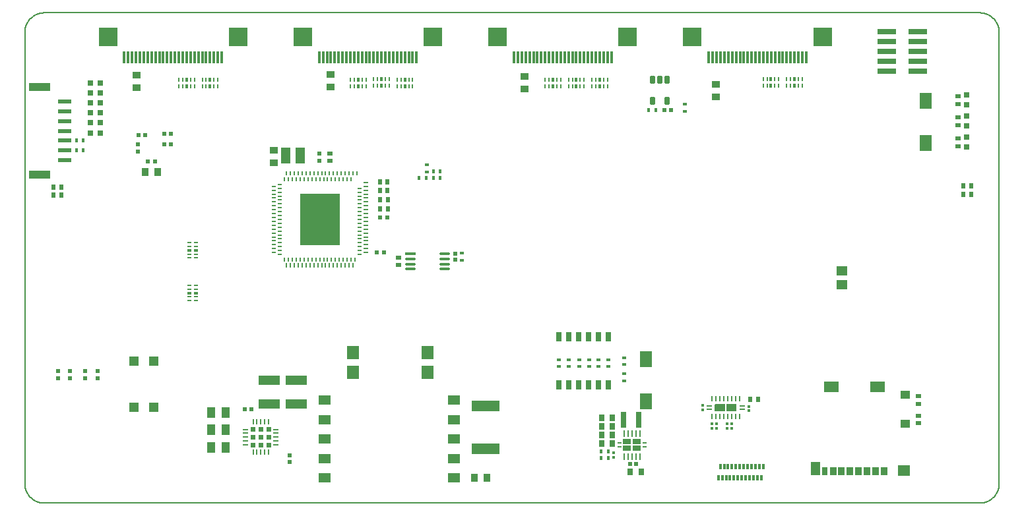
<source format=gtp>
G04*
G04 #@! TF.GenerationSoftware,Altium Limited,Altium Designer,23.6.0 (18)*
G04*
G04 Layer_Color=8421504*
%FSLAX44Y44*%
%MOMM*%
G71*
G04*
G04 #@! TF.SameCoordinates,C53CA9BA-8A6A-41CA-B2AF-7701FEAABFA0*
G04*
G04*
G04 #@! TF.FilePolarity,Positive*
G04*
G01*
G75*
%ADD19C,0.1500*%
%ADD20R,1.0500X0.6800*%
%ADD21R,0.5000X0.2600*%
%ADD22R,0.5500X0.6500*%
%ADD23R,1.1549X2.1062*%
%ADD24R,1.0000X0.9000*%
%ADD25R,0.6200X0.6200*%
%ADD26O,0.2500X0.4000*%
%ADD27R,5.2000X6.6000*%
%ADD28O,0.4000X0.2500*%
%ADD29R,0.6200X0.6200*%
%ADD30R,0.6500X0.5500*%
%ADD31R,0.8000X0.8000*%
%ADD32R,0.5200X0.5200*%
%ADD33R,1.4000X0.3500*%
%ADD34O,1.4000X0.3500*%
%ADD35R,0.5500X0.4500*%
%ADD36R,0.7000X0.9000*%
%ADD37R,0.5200X0.5200*%
%ADD38R,0.3200X0.3600*%
%ADD39R,0.8000X2.0000*%
G04:AMPARAMS|DCode=40|XSize=0.23mm|YSize=0.8mm|CornerRadius=0.0254mm|HoleSize=0mm|Usage=FLASHONLY|Rotation=180.000|XOffset=0mm|YOffset=0mm|HoleType=Round|Shape=RoundedRectangle|*
%AMROUNDEDRECTD40*
21,1,0.2300,0.7492,0,0,180.0*
21,1,0.1792,0.8000,0,0,180.0*
1,1,0.0508,-0.0896,0.3746*
1,1,0.0508,0.0896,0.3746*
1,1,0.0508,0.0896,-0.3746*
1,1,0.0508,-0.0896,-0.3746*
%
%ADD40ROUNDEDRECTD40*%
G04:AMPARAMS|DCode=41|XSize=0.25mm|YSize=0.6mm|CornerRadius=0.025mm|HoleSize=0mm|Usage=FLASHONLY|Rotation=0.000|XOffset=0mm|YOffset=0mm|HoleType=Round|Shape=RoundedRectangle|*
%AMROUNDEDRECTD41*
21,1,0.2500,0.5500,0,0,0.0*
21,1,0.2000,0.6000,0,0,0.0*
1,1,0.0500,0.1000,-0.2750*
1,1,0.0500,-0.1000,-0.2750*
1,1,0.0500,-0.1000,0.2750*
1,1,0.0500,0.1000,0.2750*
%
%ADD41ROUNDEDRECTD41*%
G04:AMPARAMS|DCode=42|XSize=0.25mm|YSize=0.6mm|CornerRadius=0.025mm|HoleSize=0mm|Usage=FLASHONLY|Rotation=270.000|XOffset=0mm|YOffset=0mm|HoleType=Round|Shape=RoundedRectangle|*
%AMROUNDEDRECTD42*
21,1,0.2500,0.5500,0,0,270.0*
21,1,0.2000,0.6000,0,0,270.0*
1,1,0.0500,-0.2750,-0.1000*
1,1,0.0500,-0.2750,0.1000*
1,1,0.0500,0.2750,0.1000*
1,1,0.0500,0.2750,-0.1000*
%
%ADD42ROUNDEDRECTD42*%
%ADD43R,1.5000X2.0000*%
G04:AMPARAMS|DCode=44|XSize=0.2mm|YSize=0.565mm|CornerRadius=0.05mm|HoleSize=0mm|Usage=FLASHONLY|Rotation=180.000|XOffset=0mm|YOffset=0mm|HoleType=Round|Shape=RoundedRectangle|*
%AMROUNDEDRECTD44*
21,1,0.2000,0.4650,0,0,180.0*
21,1,0.1000,0.5650,0,0,180.0*
1,1,0.1000,-0.0500,0.2325*
1,1,0.1000,0.0500,0.2325*
1,1,0.1000,0.0500,-0.2325*
1,1,0.1000,-0.0500,-0.2325*
%
%ADD44ROUNDEDRECTD44*%
G04:AMPARAMS|DCode=45|XSize=0.4mm|YSize=0.565mm|CornerRadius=0.05mm|HoleSize=0mm|Usage=FLASHONLY|Rotation=180.000|XOffset=0mm|YOffset=0mm|HoleType=Round|Shape=RoundedRectangle|*
%AMROUNDEDRECTD45*
21,1,0.4000,0.4650,0,0,180.0*
21,1,0.3000,0.5650,0,0,180.0*
1,1,0.1000,-0.1500,0.2325*
1,1,0.1000,0.1500,0.2325*
1,1,0.1000,0.1500,-0.2325*
1,1,0.1000,-0.1500,-0.2325*
%
%ADD45ROUNDEDRECTD45*%
%ADD46R,0.4500X0.5500*%
%ADD47R,2.4000X0.7600*%
%ADD48R,2.7000X1.0000*%
%ADD49R,1.7000X0.6000*%
G04:AMPARAMS|DCode=50|XSize=0.6mm|YSize=1mm|CornerRadius=0.051mm|HoleSize=0mm|Usage=FLASHONLY|Rotation=0.000|XOffset=0mm|YOffset=0mm|HoleType=Round|Shape=RoundedRectangle|*
%AMROUNDEDRECTD50*
21,1,0.6000,0.8980,0,0,0.0*
21,1,0.4980,1.0000,0,0,0.0*
1,1,0.1020,0.2490,-0.4490*
1,1,0.1020,-0.2490,-0.4490*
1,1,0.1020,-0.2490,0.4490*
1,1,0.1020,0.2490,0.4490*
%
%ADD50ROUNDEDRECTD50*%
%ADD51R,0.3000X1.6000*%
%ADD52R,2.4000X2.4000*%
%ADD53R,2.4000X2.4000*%
G04:AMPARAMS|DCode=54|XSize=0.4mm|YSize=0.565mm|CornerRadius=0.05mm|HoleSize=0mm|Usage=FLASHONLY|Rotation=270.000|XOffset=0mm|YOffset=0mm|HoleType=Round|Shape=RoundedRectangle|*
%AMROUNDEDRECTD54*
21,1,0.4000,0.4650,0,0,270.0*
21,1,0.3000,0.5650,0,0,270.0*
1,1,0.1000,-0.2325,-0.1500*
1,1,0.1000,-0.2325,0.1500*
1,1,0.1000,0.2325,0.1500*
1,1,0.1000,0.2325,-0.1500*
%
%ADD54ROUNDEDRECTD54*%
%ADD55R,0.9000X1.0000*%
%ADD56R,1.4500X1.1500*%
%ADD57R,0.3000X0.7500*%
%ADD58R,1.9000X1.3500*%
%ADD59R,1.5500X1.3500*%
%ADD60R,0.8500X1.1000*%
%ADD61R,1.1700X1.8000*%
%ADD62R,1.5500X1.2700*%
%ADD63R,3.5600X1.4000*%
%ADD64R,1.5200X1.7800*%
%ADD65R,0.7500X1.1000*%
%ADD66R,0.8750X1.1000*%
%ADD67R,1.2000X1.0000*%
%ADD68R,0.7600X1.2500*%
G04:AMPARAMS|DCode=69|XSize=0.2mm|YSize=0.565mm|CornerRadius=0.05mm|HoleSize=0mm|Usage=FLASHONLY|Rotation=270.000|XOffset=0mm|YOffset=0mm|HoleType=Round|Shape=RoundedRectangle|*
%AMROUNDEDRECTD69*
21,1,0.2000,0.4650,0,0,270.0*
21,1,0.1000,0.5650,0,0,270.0*
1,1,0.1000,-0.2325,-0.0500*
1,1,0.1000,-0.2325,0.0500*
1,1,0.1000,0.2325,0.0500*
1,1,0.1000,0.2325,-0.0500*
%
%ADD69ROUNDEDRECTD69*%
%ADD70R,1.0500X1.4000*%
%ADD71R,2.7000X1.1500*%
%ADD72R,0.7000X0.2500*%
%ADD73R,0.2500X0.7000*%
%ADD74R,1.2000X1.2000*%
%ADD75R,0.8000X0.8000*%
%ADD76R,0.2503X0.4381*%
%ADD77R,0.2503X0.3333*%
%ADD78R,0.4381X0.2503*%
%ADD79R,0.3333X0.2503*%
G36*
X912816Y127598D02*
X913098Y127317D01*
X913250Y126949D01*
Y118551D01*
X913098Y118184D01*
X912816Y117902D01*
X912449Y117750D01*
X901051D01*
X900684Y117902D01*
X900402Y118184D01*
X900250Y118551D01*
Y126949D01*
X900402Y127317D01*
X900684Y127598D01*
X901051Y127750D01*
X912449D01*
X912816Y127598D01*
D02*
G37*
G36*
X897816D02*
X898098Y127317D01*
X898250Y126949D01*
Y118551D01*
X898098Y118184D01*
X897816Y117902D01*
X897449Y117750D01*
X886051D01*
X885684Y117902D01*
X885402Y118184D01*
X885250Y118551D01*
Y126949D01*
X885402Y127317D01*
X885684Y127598D01*
X886051Y127750D01*
X897449D01*
X897816Y127598D01*
D02*
G37*
G36*
X315730Y91750D02*
X309730D01*
Y97750D01*
X315730D01*
Y91750D01*
D02*
G37*
G36*
X305730D02*
X299730D01*
Y97750D01*
X305730D01*
Y91750D01*
D02*
G37*
G36*
X295730D02*
X289730D01*
Y97750D01*
X295730D01*
Y91750D01*
D02*
G37*
G36*
X315730Y81750D02*
X309730D01*
Y87750D01*
X315730D01*
Y81750D01*
D02*
G37*
G36*
X305730D02*
X299730D01*
Y87750D01*
X305730D01*
Y81750D01*
D02*
G37*
G36*
X295730D02*
X289730D01*
Y87750D01*
X295730D01*
Y81750D01*
D02*
G37*
G36*
X315730Y71750D02*
X309730D01*
Y77750D01*
X315730D01*
Y71750D01*
D02*
G37*
G36*
X305730D02*
X299730D01*
Y77750D01*
X305730D01*
Y71750D01*
D02*
G37*
G36*
X295730D02*
X289730D01*
Y77750D01*
X295730D01*
Y71750D01*
D02*
G37*
D19*
X1250000Y605000D02*
X1249863Y607613D01*
X1249454Y610198D01*
X1248776Y612725D01*
X1247839Y615168D01*
X1246651Y617500D01*
X1245225Y619695D01*
X1243579Y621728D01*
X1241728Y623578D01*
X1239695Y625225D01*
X1237500Y626651D01*
X1235168Y627839D01*
X1232725Y628776D01*
X1230198Y629454D01*
X1227613Y629863D01*
X1225000Y630000D01*
Y-0D02*
X1227613Y137D01*
X1230198Y546D01*
X1232725Y1223D01*
X1235168Y2161D01*
X1237500Y3349D01*
X1239695Y4775D01*
X1241728Y6421D01*
X1243579Y8272D01*
X1245225Y10305D01*
X1246651Y12500D01*
X1247839Y14832D01*
X1248776Y17275D01*
X1249454Y19802D01*
X1249863Y22387D01*
X1250000Y25000D01*
X25000Y629950D02*
X22387Y629813D01*
X19802Y629403D01*
X17275Y628726D01*
X14832Y627788D01*
X12500Y626600D01*
X10306Y625175D01*
X8272Y623528D01*
X6421Y621678D01*
X4775Y619644D01*
X3350Y617450D01*
X2162Y615118D01*
X1224Y612675D01*
X547Y610147D01*
X137Y607563D01*
X0Y604950D01*
X0Y25000D02*
X137Y22387D01*
X546Y19802D01*
X1224Y17275D01*
X2161Y14832D01*
X3349Y12500D01*
X4775Y10305D01*
X6421Y8272D01*
X8272Y6421D01*
X10305Y4775D01*
X12500Y3349D01*
X14832Y2161D01*
X17275Y1224D01*
X19802Y546D01*
X22387Y137D01*
X25000Y0D01*
X1250000Y605440D02*
X1250000Y25000D01*
X25000Y630000D02*
X1225000Y630000D01*
X25000Y-0D02*
X1225000Y-0D01*
X-0Y25000D02*
X0Y604950D01*
D20*
X785349Y70250D02*
D03*
X785349Y79250D02*
D03*
X772650Y79250D02*
D03*
X772650Y70250D02*
D03*
D21*
X795300Y72250D02*
D03*
X795300Y77250D02*
D03*
X762700Y77250D02*
D03*
X762700Y72250D02*
D03*
D22*
X465500Y378000D02*
D03*
X455500D02*
D03*
X465233Y413023D02*
D03*
X455233D02*
D03*
X465233Y401440D02*
D03*
X455233D02*
D03*
X465500Y389750D02*
D03*
X455500D02*
D03*
X941000Y133000D02*
D03*
X1214500Y408000D02*
D03*
X1204500D02*
D03*
X36363Y406038D02*
D03*
X46363D02*
D03*
X36363Y395538D02*
D03*
X46363D02*
D03*
X931000Y133000D02*
D03*
X1204500Y397000D02*
D03*
X1214500D02*
D03*
D23*
X334493Y446250D02*
D03*
X353007D02*
D03*
D24*
X319250Y453500D02*
D03*
Y437500D02*
D03*
X391750Y534500D02*
D03*
Y550500D02*
D03*
X886250Y538000D02*
D03*
Y522000D02*
D03*
X641250Y548000D02*
D03*
Y532000D02*
D03*
X143000Y549500D02*
D03*
Y533500D02*
D03*
D25*
X456000Y367000D02*
D03*
X465000D02*
D03*
X451500Y322000D02*
D03*
X460500D02*
D03*
X154385Y473062D02*
D03*
X158008Y438742D02*
D03*
X178391Y461212D02*
D03*
X178391Y474481D02*
D03*
X145385Y473062D02*
D03*
X187391Y474481D02*
D03*
X187391Y461212D02*
D03*
X167008Y438742D02*
D03*
X290735Y120406D02*
D03*
X281735D02*
D03*
D26*
X335749Y422500D02*
D03*
X340749D02*
D03*
X345749D02*
D03*
X350749D02*
D03*
X355750D02*
D03*
X360750D02*
D03*
X365750D02*
D03*
X370750D02*
D03*
X375750D02*
D03*
X380750D02*
D03*
X385750D02*
D03*
X390750D02*
D03*
X395750D02*
D03*
X400750D02*
D03*
X405750D02*
D03*
X410750D02*
D03*
X415750D02*
D03*
X420750D02*
D03*
X335749Y306500D02*
D03*
X340749D02*
D03*
X345749D02*
D03*
X350749D02*
D03*
X355750D02*
D03*
X360750D02*
D03*
X365750D02*
D03*
X370750D02*
D03*
X375750D02*
D03*
X380750D02*
D03*
X385750D02*
D03*
X390750D02*
D03*
X395750D02*
D03*
X400750D02*
D03*
X405750D02*
D03*
X410750D02*
D03*
X415750D02*
D03*
X420750D02*
D03*
X425750Y422500D02*
D03*
X333249Y314000D02*
D03*
X338249D02*
D03*
X343249D02*
D03*
X348249D02*
D03*
X353249D02*
D03*
X358250D02*
D03*
X363250D02*
D03*
X368250D02*
D03*
X373250D02*
D03*
X378250D02*
D03*
X383250D02*
D03*
X388250D02*
D03*
X393250D02*
D03*
X398250D02*
D03*
X403250D02*
D03*
X408250D02*
D03*
X413250D02*
D03*
X418250D02*
D03*
X423250D02*
D03*
X418250Y415000D02*
D03*
X413250D02*
D03*
X408250D02*
D03*
X403250D02*
D03*
X398250D02*
D03*
X393250D02*
D03*
X388250D02*
D03*
X383250D02*
D03*
X378250D02*
D03*
X373250D02*
D03*
X368250D02*
D03*
X363250D02*
D03*
X358250D02*
D03*
X353249D02*
D03*
X348249D02*
D03*
X343249D02*
D03*
X338249D02*
D03*
X333249D02*
D03*
D27*
X378250Y364500D02*
D03*
D28*
X320250Y407001D02*
D03*
Y402001D02*
D03*
Y397001D02*
D03*
Y392001D02*
D03*
Y387001D02*
D03*
Y382001D02*
D03*
Y377001D02*
D03*
Y372000D02*
D03*
Y367000D02*
D03*
Y362000D02*
D03*
Y357000D02*
D03*
Y352000D02*
D03*
Y347000D02*
D03*
Y342000D02*
D03*
Y337000D02*
D03*
Y332000D02*
D03*
Y327000D02*
D03*
Y322000D02*
D03*
X436250Y321999D02*
D03*
Y326999D02*
D03*
Y331999D02*
D03*
Y337000D02*
D03*
Y342000D02*
D03*
Y347000D02*
D03*
Y352000D02*
D03*
Y357000D02*
D03*
Y362000D02*
D03*
Y367000D02*
D03*
Y372000D02*
D03*
Y377000D02*
D03*
Y382000D02*
D03*
Y387000D02*
D03*
Y392000D02*
D03*
Y397000D02*
D03*
Y402000D02*
D03*
Y407000D02*
D03*
Y412000D02*
D03*
X327750Y409501D02*
D03*
Y404501D02*
D03*
Y399501D02*
D03*
Y394501D02*
D03*
Y389501D02*
D03*
Y384501D02*
D03*
Y379501D02*
D03*
Y374501D02*
D03*
Y369500D02*
D03*
Y364500D02*
D03*
Y359500D02*
D03*
Y354500D02*
D03*
Y349500D02*
D03*
Y344500D02*
D03*
Y339500D02*
D03*
Y334500D02*
D03*
Y329500D02*
D03*
Y324500D02*
D03*
Y319500D02*
D03*
X428750Y319499D02*
D03*
Y324499D02*
D03*
Y329499D02*
D03*
Y334499D02*
D03*
Y339500D02*
D03*
Y344500D02*
D03*
Y349500D02*
D03*
Y354500D02*
D03*
Y359500D02*
D03*
Y364500D02*
D03*
Y369500D02*
D03*
Y374500D02*
D03*
Y379500D02*
D03*
Y384500D02*
D03*
Y389500D02*
D03*
Y394500D02*
D03*
Y399500D02*
D03*
Y404500D02*
D03*
D29*
X378000Y439750D02*
D03*
Y448750D02*
D03*
X144957Y451693D02*
D03*
X77500Y169500D02*
D03*
Y160500D02*
D03*
X92900D02*
D03*
Y169500D02*
D03*
X42100D02*
D03*
Y160500D02*
D03*
X57500D02*
D03*
Y169500D02*
D03*
X144957Y460694D02*
D03*
X339750Y52584D02*
D03*
Y61584D02*
D03*
D30*
X391000Y439500D02*
D03*
Y449500D02*
D03*
X479500Y305750D02*
D03*
Y315750D02*
D03*
X1146757Y137500D02*
D03*
Y127500D02*
D03*
X1146757Y112500D02*
D03*
Y102500D02*
D03*
X1197250Y485685D02*
D03*
Y495685D02*
D03*
Y458810D02*
D03*
Y468810D02*
D03*
Y512560D02*
D03*
Y522560D02*
D03*
D31*
X83750Y475750D02*
D03*
X96250D02*
D03*
X84000Y527000D02*
D03*
X96500D02*
D03*
X84000Y501750D02*
D03*
X96500D02*
D03*
X96500Y514125D02*
D03*
X84000D02*
D03*
X96500Y539875D02*
D03*
X84000D02*
D03*
X96500Y489250D02*
D03*
X84000D02*
D03*
D32*
X552250Y312500D02*
D03*
Y320500D02*
D03*
D33*
X494500Y320250D02*
D03*
D34*
Y313750D02*
D03*
Y307250D02*
D03*
Y300750D02*
D03*
X538500Y313750D02*
D03*
Y320250D02*
D03*
Y307250D02*
D03*
Y300750D02*
D03*
D35*
X560750Y312000D02*
D03*
Y321000D02*
D03*
X685000Y184500D02*
D03*
Y175500D02*
D03*
X698000Y184500D02*
D03*
Y175500D02*
D03*
X711000Y184500D02*
D03*
Y175500D02*
D03*
X724000Y184500D02*
D03*
Y175500D02*
D03*
X736000Y184500D02*
D03*
Y175500D02*
D03*
X749000Y184500D02*
D03*
Y175500D02*
D03*
X768500Y166000D02*
D03*
Y157000D02*
D03*
Y187000D02*
D03*
Y178000D02*
D03*
X516000Y425750D02*
D03*
Y434750D02*
D03*
X846750Y503698D02*
D03*
Y512698D02*
D03*
D36*
X790750Y40000D02*
D03*
X776750D02*
D03*
X740000Y87500D02*
D03*
X754000D02*
D03*
X740000Y98750D02*
D03*
X754000D02*
D03*
X740000Y76250D02*
D03*
X754000D02*
D03*
X740000Y110000D02*
D03*
X754000D02*
D03*
D37*
X776500Y50000D02*
D03*
X784500D02*
D03*
X820750Y504750D02*
D03*
X828750D02*
D03*
D38*
X755500Y64800D02*
D03*
Y59200D02*
D03*
X929000Y124300D02*
D03*
Y118700D02*
D03*
X869250Y125300D02*
D03*
Y119700D02*
D03*
X887250Y102050D02*
D03*
Y96450D02*
D03*
X881250Y102050D02*
D03*
Y96450D02*
D03*
X901250Y102050D02*
D03*
Y96450D02*
D03*
X907250Y102050D02*
D03*
Y96450D02*
D03*
D39*
X767750Y106750D02*
D03*
X787750D02*
D03*
D40*
X769000Y89500D02*
D03*
X774000D02*
D03*
X779000D02*
D03*
X784000D02*
D03*
X789000D02*
D03*
Y60000D02*
D03*
X784000D02*
D03*
X779000D02*
D03*
X774000D02*
D03*
X769000D02*
D03*
D41*
X911750Y111250D02*
D03*
X916750D02*
D03*
X891750D02*
D03*
X896750D02*
D03*
X901750D02*
D03*
X906750D02*
D03*
X881750D02*
D03*
X886750D02*
D03*
X881750Y134250D02*
D03*
X896750D02*
D03*
X901750D02*
D03*
X916750D02*
D03*
X891750D02*
D03*
X886750D02*
D03*
X911750D02*
D03*
X906750D02*
D03*
D42*
X920750Y125250D02*
D03*
Y120250D02*
D03*
X877750D02*
D03*
Y125250D02*
D03*
D43*
X796750Y130750D02*
D03*
Y184750D02*
D03*
X1155750Y462750D02*
D03*
Y516750D02*
D03*
D44*
X997500Y544750D02*
D03*
X992500D02*
D03*
X982500D02*
D03*
X977500D02*
D03*
Y536400D02*
D03*
X982500D02*
D03*
X992500D02*
D03*
X997500D02*
D03*
X967250Y544675D02*
D03*
X962250D02*
D03*
X952250D02*
D03*
X947250D02*
D03*
Y536325D02*
D03*
X952250D02*
D03*
X962250D02*
D03*
X967250D02*
D03*
X747500Y544175D02*
D03*
X742500D02*
D03*
X732500D02*
D03*
X727500D02*
D03*
Y535825D02*
D03*
X732500D02*
D03*
X742500D02*
D03*
X747500D02*
D03*
X717500Y544175D02*
D03*
X712500D02*
D03*
X702500D02*
D03*
X697500D02*
D03*
Y535825D02*
D03*
X702500D02*
D03*
X712500D02*
D03*
X717500D02*
D03*
X687500Y544175D02*
D03*
X682500D02*
D03*
X672500D02*
D03*
X667500D02*
D03*
Y535825D02*
D03*
X672500D02*
D03*
X682500D02*
D03*
X687500D02*
D03*
X247500Y543750D02*
D03*
X242500D02*
D03*
X232500D02*
D03*
X227500D02*
D03*
Y535400D02*
D03*
X232500D02*
D03*
X242500D02*
D03*
X247500D02*
D03*
X217500Y535343D02*
D03*
X212500D02*
D03*
X202500D02*
D03*
X197500D02*
D03*
Y543693D02*
D03*
X202500D02*
D03*
X212500D02*
D03*
X217500D02*
D03*
X497500Y544175D02*
D03*
X492500D02*
D03*
X482500D02*
D03*
X477500D02*
D03*
Y535825D02*
D03*
X482500D02*
D03*
X492500D02*
D03*
X497500D02*
D03*
X467500Y544425D02*
D03*
X462500D02*
D03*
X452500D02*
D03*
X447500D02*
D03*
Y536075D02*
D03*
X452500D02*
D03*
X462500D02*
D03*
X467500D02*
D03*
X437750Y543925D02*
D03*
X432750D02*
D03*
X422750D02*
D03*
X417750D02*
D03*
Y535575D02*
D03*
X422750D02*
D03*
X432750D02*
D03*
X437750D02*
D03*
D45*
X987500Y544750D02*
D03*
Y536400D02*
D03*
X957250Y544675D02*
D03*
Y536325D02*
D03*
X737500Y544175D02*
D03*
Y535825D02*
D03*
X707500D02*
D03*
Y544175D02*
D03*
X677500D02*
D03*
Y535825D02*
D03*
X237500Y543750D02*
D03*
Y535400D02*
D03*
X207500Y543693D02*
D03*
Y535343D02*
D03*
X487500Y544175D02*
D03*
Y535825D02*
D03*
X457500Y544425D02*
D03*
Y536075D02*
D03*
X427750Y543925D02*
D03*
Y535575D02*
D03*
D46*
X809250Y504750D02*
D03*
X800250D02*
D03*
X65750Y453000D02*
D03*
X74750D02*
D03*
X65750Y466000D02*
D03*
X74750D02*
D03*
X533000Y417500D02*
D03*
X524000D02*
D03*
X533000Y426250D02*
D03*
X524000D02*
D03*
X505500Y417500D02*
D03*
X514500D02*
D03*
X739500Y57750D02*
D03*
X748500Y66250D02*
D03*
X739500D02*
D03*
X748500Y57750D02*
D03*
D47*
X1145250Y567800D02*
D03*
Y580500D02*
D03*
Y593200D02*
D03*
Y605900D02*
D03*
X1106250Y567800D02*
D03*
Y580500D02*
D03*
Y593200D02*
D03*
Y605900D02*
D03*
Y555100D02*
D03*
X1145250D02*
D03*
D48*
X19000Y534250D02*
D03*
Y422250D02*
D03*
D49*
X51000Y440750D02*
D03*
Y453250D02*
D03*
Y465750D02*
D03*
Y478250D02*
D03*
Y490750D02*
D03*
Y503250D02*
D03*
Y515750D02*
D03*
D50*
X824273Y516750D02*
D03*
X805273D02*
D03*
Y544250D02*
D03*
X814773D02*
D03*
X824273D02*
D03*
D51*
X407500Y572750D02*
D03*
X417500D02*
D03*
X422500D02*
D03*
X432500D02*
D03*
X437500D02*
D03*
X447500D02*
D03*
X452500D02*
D03*
X462500D02*
D03*
X467500D02*
D03*
X477500D02*
D03*
X482500D02*
D03*
X492500D02*
D03*
X497500D02*
D03*
X387500D02*
D03*
X392500D02*
D03*
X402500D02*
D03*
X377500D02*
D03*
X382500D02*
D03*
X502500D02*
D03*
X457500D02*
D03*
X442500D02*
D03*
X472500D02*
D03*
X487500D02*
D03*
X397500D02*
D03*
X427500D02*
D03*
X412500D02*
D03*
X662500Y572750D02*
D03*
X677500D02*
D03*
X647500D02*
D03*
X737500D02*
D03*
X722500D02*
D03*
X692500D02*
D03*
X707500D02*
D03*
X897500Y572750D02*
D03*
X752500Y572750D02*
D03*
X912500Y572750D02*
D03*
X927500D02*
D03*
X957500D02*
D03*
X972500D02*
D03*
X987500D02*
D03*
X1002500D02*
D03*
X237500D02*
D03*
X252500D02*
D03*
X222500D02*
D03*
X207500D02*
D03*
X162500D02*
D03*
X147500D02*
D03*
X177500D02*
D03*
X157500D02*
D03*
X167500D02*
D03*
X172500D02*
D03*
X182500D02*
D03*
X187500D02*
D03*
X197500D02*
D03*
X202500D02*
D03*
X212500D02*
D03*
X217500D02*
D03*
X227500D02*
D03*
X232500D02*
D03*
X242500D02*
D03*
X247500D02*
D03*
X192500D02*
D03*
X137500D02*
D03*
X142500D02*
D03*
X152500D02*
D03*
X127500D02*
D03*
X132500D02*
D03*
X632500Y572750D02*
D03*
X627500D02*
D03*
X652500D02*
D03*
X642500D02*
D03*
X637500D02*
D03*
X747500D02*
D03*
X742500D02*
D03*
X732500D02*
D03*
X727500D02*
D03*
X717500D02*
D03*
X712500D02*
D03*
X702500D02*
D03*
X697500D02*
D03*
X687500D02*
D03*
X682500D02*
D03*
X672500D02*
D03*
X667500D02*
D03*
X657500D02*
D03*
X882500Y572750D02*
D03*
X877500D02*
D03*
X902500D02*
D03*
X892500D02*
D03*
X887500D02*
D03*
X942500D02*
D03*
X997500D02*
D03*
X992500D02*
D03*
X982500D02*
D03*
X977500D02*
D03*
X967500D02*
D03*
X962500D02*
D03*
X952500D02*
D03*
X947500D02*
D03*
X937500D02*
D03*
X932500D02*
D03*
X922500D02*
D03*
X917500D02*
D03*
X907500D02*
D03*
D52*
X523500Y599250D02*
D03*
X773500Y599250D02*
D03*
X1023500Y599250D02*
D03*
X273500D02*
D03*
D53*
X356500D02*
D03*
X606500Y599250D02*
D03*
X856500Y599250D02*
D03*
X106500D02*
D03*
D54*
X210825Y325000D02*
D03*
X219175D02*
D03*
Y270000D02*
D03*
X210825D02*
D03*
D55*
X154000Y425250D02*
D03*
X576750Y32250D02*
D03*
X170000Y425250D02*
D03*
X592750Y32250D02*
D03*
D56*
X1048000Y298290D02*
D03*
Y280290D02*
D03*
D57*
X947250Y47305D02*
D03*
X944750Y32205D02*
D03*
X892250Y47305D02*
D03*
X889750Y32205D02*
D03*
X942250Y47305D02*
D03*
X937250D02*
D03*
X932250D02*
D03*
X927250D02*
D03*
X922250D02*
D03*
X917250D02*
D03*
X912250D02*
D03*
X907250D02*
D03*
X902250D02*
D03*
X897250D02*
D03*
X894750Y32205D02*
D03*
X899750D02*
D03*
X904750D02*
D03*
X909750D02*
D03*
X914750D02*
D03*
X919750D02*
D03*
X924750D02*
D03*
X929750D02*
D03*
X934750D02*
D03*
X939750D02*
D03*
D58*
X1094225Y149125D02*
D03*
X1034525D02*
D03*
D59*
X1127475Y42125D02*
D03*
D60*
X1047875Y40875D02*
D03*
X1036875D02*
D03*
X1058875D02*
D03*
X1069875D02*
D03*
X1080875D02*
D03*
X1102875D02*
D03*
D61*
X1014275Y44375D02*
D03*
D62*
X550230Y57250D02*
D03*
Y32250D02*
D03*
Y82250D02*
D03*
Y107250D02*
D03*
Y132250D02*
D03*
X384730Y32250D02*
D03*
Y57250D02*
D03*
Y82250D02*
D03*
Y107250D02*
D03*
Y132250D02*
D03*
D63*
X590750Y70200D02*
D03*
Y124800D02*
D03*
D64*
X516350Y168300D02*
D03*
Y193700D02*
D03*
X421150Y168300D02*
D03*
Y193700D02*
D03*
D65*
X1026375Y40875D02*
D03*
D66*
X1091875D02*
D03*
D67*
X1129225Y102375D02*
D03*
Y139375D02*
D03*
D68*
X685350Y152250D02*
D03*
X698050D02*
D03*
X710750D02*
D03*
X723450D02*
D03*
X736150D02*
D03*
X748850D02*
D03*
X685350Y213750D02*
D03*
X698050D02*
D03*
X710750D02*
D03*
X723450D02*
D03*
X736150D02*
D03*
X748850D02*
D03*
D69*
X219175Y280000D02*
D03*
Y275000D02*
D03*
Y265000D02*
D03*
Y260000D02*
D03*
X210825D02*
D03*
Y265000D02*
D03*
Y275000D02*
D03*
Y280000D02*
D03*
Y335000D02*
D03*
Y330000D02*
D03*
Y320000D02*
D03*
Y315000D02*
D03*
X219175D02*
D03*
Y320000D02*
D03*
Y330000D02*
D03*
Y335000D02*
D03*
D70*
X257894Y71092D02*
D03*
X238894D02*
D03*
Y116092D02*
D03*
X257894D02*
D03*
X238894Y94092D02*
D03*
X257894D02*
D03*
D71*
X348230Y157750D02*
D03*
Y127750D02*
D03*
X313480D02*
D03*
Y157750D02*
D03*
D72*
X322230Y94750D02*
D03*
Y89750D02*
D03*
Y84750D02*
D03*
Y79750D02*
D03*
Y74750D02*
D03*
X283230D02*
D03*
Y79750D02*
D03*
Y84750D02*
D03*
Y89750D02*
D03*
Y94750D02*
D03*
D73*
X312730Y65250D02*
D03*
X307730D02*
D03*
X302730D02*
D03*
X297730D02*
D03*
X292730D02*
D03*
Y104250D02*
D03*
X297730D02*
D03*
X302730D02*
D03*
X307730D02*
D03*
X312730D02*
D03*
D74*
X165000Y123000D02*
D03*
X140000D02*
D03*
Y182000D02*
D03*
X165000D02*
D03*
D75*
X1208500Y470190D02*
D03*
Y457690D02*
D03*
Y497250D02*
D03*
Y484750D02*
D03*
Y524310D02*
D03*
Y511810D02*
D03*
D76*
X425750Y424691D02*
D03*
X420750D02*
D03*
X415750D02*
D03*
X410750D02*
D03*
X405750D02*
D03*
X400750D02*
D03*
X395750D02*
D03*
X390750D02*
D03*
X385750D02*
D03*
X380750D02*
D03*
X375750D02*
D03*
X370750D02*
D03*
X365750D02*
D03*
X360749D02*
D03*
X355749D02*
D03*
X350749D02*
D03*
X345749D02*
D03*
X340749D02*
D03*
X335749D02*
D03*
X420750Y304310D02*
D03*
X415750D02*
D03*
X410750D02*
D03*
X405750D02*
D03*
X400750D02*
D03*
X395750D02*
D03*
X390750D02*
D03*
X385750D02*
D03*
X380750D02*
D03*
X375750D02*
D03*
X370750D02*
D03*
X365750D02*
D03*
X360750D02*
D03*
X355749D02*
D03*
X350749D02*
D03*
X345749D02*
D03*
X340749D02*
D03*
X335749D02*
D03*
D77*
X418250Y416666D02*
D03*
X413250D02*
D03*
X408250D02*
D03*
X403250D02*
D03*
X398250D02*
D03*
X393250D02*
D03*
X388250D02*
D03*
X383250D02*
D03*
X378250D02*
D03*
X373250D02*
D03*
X368250D02*
D03*
X363249D02*
D03*
X358249D02*
D03*
X353249D02*
D03*
X348249D02*
D03*
X343249D02*
D03*
X338249D02*
D03*
X333249D02*
D03*
X423250Y312334D02*
D03*
X418250D02*
D03*
X413250D02*
D03*
X408250D02*
D03*
X403250D02*
D03*
X398250D02*
D03*
X393250D02*
D03*
X388250D02*
D03*
X383250D02*
D03*
X378250D02*
D03*
X373250D02*
D03*
X368250D02*
D03*
X363250D02*
D03*
X358249D02*
D03*
X353249D02*
D03*
X348249D02*
D03*
X343249D02*
D03*
X338249D02*
D03*
X333249D02*
D03*
D78*
X438440Y412000D02*
D03*
Y407000D02*
D03*
Y402000D02*
D03*
Y397000D02*
D03*
Y392000D02*
D03*
Y387000D02*
D03*
Y382000D02*
D03*
Y377000D02*
D03*
Y372000D02*
D03*
Y367000D02*
D03*
Y362000D02*
D03*
Y357000D02*
D03*
Y352000D02*
D03*
Y347000D02*
D03*
Y341999D02*
D03*
Y336999D02*
D03*
Y331999D02*
D03*
Y326999D02*
D03*
Y321999D02*
D03*
X318060Y322000D02*
D03*
Y327000D02*
D03*
Y332000D02*
D03*
Y337000D02*
D03*
Y342000D02*
D03*
Y347000D02*
D03*
Y352000D02*
D03*
Y357000D02*
D03*
Y362000D02*
D03*
Y367000D02*
D03*
Y372000D02*
D03*
Y377001D02*
D03*
Y382001D02*
D03*
Y387001D02*
D03*
Y392001D02*
D03*
Y397001D02*
D03*
Y402001D02*
D03*
Y407001D02*
D03*
D79*
X430416Y404500D02*
D03*
Y399500D02*
D03*
Y394500D02*
D03*
Y389500D02*
D03*
Y384500D02*
D03*
Y379500D02*
D03*
Y374500D02*
D03*
Y369500D02*
D03*
Y364500D02*
D03*
Y359500D02*
D03*
Y354500D02*
D03*
Y349500D02*
D03*
Y344499D02*
D03*
Y339499D02*
D03*
Y334499D02*
D03*
Y329499D02*
D03*
Y324499D02*
D03*
Y319499D02*
D03*
X326083Y319500D02*
D03*
Y324500D02*
D03*
Y329500D02*
D03*
Y334500D02*
D03*
Y339500D02*
D03*
Y344500D02*
D03*
Y349500D02*
D03*
Y354500D02*
D03*
Y359500D02*
D03*
Y364500D02*
D03*
Y369500D02*
D03*
Y374500D02*
D03*
Y379501D02*
D03*
Y384501D02*
D03*
Y389501D02*
D03*
Y394501D02*
D03*
Y399501D02*
D03*
Y404501D02*
D03*
Y409501D02*
D03*
M02*

</source>
